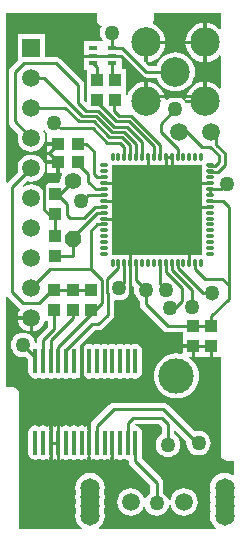
<source format=gbl>
%FSAX42Y42*%
%MOMM*%
G71*
G01*
G75*
G04 Layer_Physical_Order=2*
G04 Layer_Color=16711680*
%ADD10R,1.10X1.00*%
%ADD11R,0.87X0.87*%
%ADD12R,1.00X1.10*%
%ADD13R,3.40X2.15*%
%ADD14R,1.05X2.15*%
%ADD15R,1.05X2.15*%
%ADD16R,1.70X1.25*%
%ADD17R,1.52X1.52*%
%ADD18P,1.65X8X202.5*%
%ADD19R,1.52X1.52*%
%ADD20P,1.65X8X292.5*%
%ADD21R,0.50X2.10*%
%ADD22C,0.25*%
%ADD23C,1.50*%
%ADD24R,1.50X1.50*%
%ADD25C,2.50*%
%ADD26C,1.52*%
%ADD27C,1.40*%
%ADD28P,1.52X8X112.5*%
%ADD29C,3.00*%
%ADD30C,1.65*%
%ADD31C,1.27*%
%ADD32O,0.80X0.28*%
%ADD33O,0.28X0.80*%
%ADD34R,7.65X7.65*%
%ADD35O,0.40X2.10*%
%ADD36R,0.80X0.35*%
G36*
X003349Y006893D02*
X003353Y006872D01*
X003365Y006855D01*
X003382Y006843D01*
X003382Y006843D01*
X003382D01*
X003390Y006837D01*
X003379Y006812D01*
X003376Y006785D01*
X003379Y006758D01*
X003390Y006733D01*
X003397Y006724D01*
X003391Y006712D01*
X003240D01*
Y006597D01*
Y006597D01*
X003320D01*
Y006582D01*
X003240D01*
Y006532D01*
Y006467D01*
X003263D01*
Y006289D01*
Y006205D01*
X003254Y006201D01*
X003244Y006208D01*
Y006338D01*
X003240Y006358D01*
X003228Y006375D01*
X003038Y006565D01*
X003021Y006577D01*
X003000Y006581D01*
X002909D01*
Y006770D01*
X002679D01*
Y006550D01*
X002617Y006488D01*
X002605Y006471D01*
X002601Y006450D01*
Y006032D01*
X002601Y006032D01*
X002601D01*
X002605Y006011D01*
X002617Y005994D01*
X002684Y005927D01*
X002682Y005923D01*
X002678Y005893D01*
X002682Y005863D01*
X002694Y005835D01*
X002712Y005811D01*
X002736Y005792D01*
X002764Y005781D01*
X002794Y005777D01*
X002824Y005781D01*
X002852Y005792D01*
X002876Y005811D01*
X002894Y005835D01*
X002906Y005863D01*
X002910Y005893D01*
X002906Y005923D01*
X002895Y005950D01*
X002906Y005957D01*
X002914Y005946D01*
X002927Y005936D01*
X002926Y005933D01*
X002926D01*
X002926Y005933D01*
Y005858D01*
X003021D01*
Y005828D01*
X002926D01*
Y005753D01*
Y005705D01*
X003021D01*
Y005690D01*
X003036D01*
Y005600D01*
X003053D01*
X003058Y005589D01*
X003054Y005583D01*
X003042Y005556D01*
X003039Y005527D01*
X003039Y005524D01*
X003031Y005514D01*
X002907D01*
Y005445D01*
X002895Y005442D01*
X002894Y005443D01*
X002876Y005467D01*
X002852Y005485D01*
X002824Y005497D01*
X002794Y005501D01*
X002764Y005497D01*
X002736Y005485D01*
X002728Y005479D01*
X002720Y005489D01*
X002760Y005529D01*
X002764Y005527D01*
X002794Y005523D01*
X002824Y005527D01*
X002852Y005538D01*
X002876Y005557D01*
X002894Y005581D01*
X002906Y005609D01*
X002910Y005639D01*
X002906Y005669D01*
X002894Y005697D01*
X002876Y005721D01*
X002852Y005739D01*
X002824Y005751D01*
X002794Y005755D01*
X002764Y005751D01*
X002736Y005739D01*
X002712Y005721D01*
X002694Y005697D01*
X002682Y005669D01*
X002678Y005639D01*
X002682Y005609D01*
X002684Y005605D01*
X002593Y005514D01*
X002581Y005519D01*
Y006949D01*
X003349D01*
Y006893D01*
D02*
G37*
G36*
X003666Y004630D02*
X003663Y004605D01*
X003667Y004578D01*
X003677Y004553D01*
X003694Y004531D01*
X003714Y004516D01*
Y004485D01*
X003714Y004485D01*
X003714D01*
X003718Y004464D01*
X003730Y004447D01*
X003912Y004265D01*
D01*
X003912D01*
X003912Y004265D01*
X003912Y004265D01*
X003912D01*
D01*
X003912D01*
X003912Y004265D01*
Y004265D01*
X003912Y004265D01*
Y004265D01*
X003929Y004253D01*
X003950Y004249D01*
X004076D01*
Y004206D01*
Y004146D01*
X004166D01*
Y004131D01*
X004181D01*
Y004036D01*
X004303D01*
Y004131D01*
X004333D01*
Y004036D01*
X004399D01*
Y003212D01*
X004403Y003192D01*
X004415Y003175D01*
X004432Y003163D01*
X004453Y003159D01*
X004509D01*
Y003041D01*
X004497Y003036D01*
X004493Y003040D01*
X004463Y003052D01*
X004431Y003056D01*
X004399Y003052D01*
X004369Y003040D01*
X004343Y003020D01*
X004324Y002994D01*
X004311Y002964D01*
X004307Y002933D01*
X004311Y002901D01*
X004314Y002894D01*
X004311Y002887D01*
X004307Y002855D01*
X004311Y002823D01*
X004315Y002814D01*
X004311Y002804D01*
X004307Y002773D01*
X004311Y002741D01*
X004315Y002733D01*
X004311Y002724D01*
X004307Y002693D01*
X004311Y002661D01*
X004324Y002631D01*
X004343Y002605D01*
X004359Y002593D01*
X004355Y002581D01*
X003367D01*
X003363Y002593D01*
X003378Y002605D01*
X003398Y002631D01*
X003410Y002661D01*
X003414Y002693D01*
X003410Y002724D01*
X003407Y002733D01*
X003410Y002741D01*
X003414Y002773D01*
X003410Y002804D01*
X003406Y002814D01*
X003410Y002823D01*
X003414Y002855D01*
X003410Y002887D01*
X003407Y002894D01*
X003410Y002901D01*
X003414Y002933D01*
X003410Y002964D01*
X003398Y002994D01*
X003378Y003020D01*
X003353Y003040D01*
X003323Y003052D01*
X003291Y003056D01*
X003259Y003052D01*
X003229Y003040D01*
X003203Y003020D01*
X003184Y002994D01*
X003171Y002964D01*
X003167Y002933D01*
X003171Y002901D01*
X003174Y002894D01*
X003171Y002887D01*
X003167Y002855D01*
X003171Y002823D01*
X003175Y002814D01*
X003171Y002804D01*
X003167Y002773D01*
X003171Y002741D01*
X003175Y002733D01*
X003171Y002724D01*
X003167Y002693D01*
X003171Y002661D01*
X003184Y002631D01*
X003203Y002605D01*
X003219Y002593D01*
X003215Y002581D01*
X002691D01*
Y003728D01*
X002687Y003748D01*
X002675Y003765D01*
X002658Y003777D01*
X002638Y003781D01*
X002581D01*
Y004544D01*
X002593Y004549D01*
X002687Y004455D01*
D01*
X002687D01*
X002687Y004455D01*
X002687Y004455D01*
X002687D01*
D01*
X002687D01*
X002687Y004455D01*
Y004455D01*
X002687Y004455D01*
Y004455D01*
X002698Y004447D01*
X002700Y004435D01*
X002694Y004427D01*
X002682Y004399D01*
X002680Y004384D01*
X002794D01*
Y004369D01*
X002809D01*
Y004255D01*
X002824Y004257D01*
X002852Y004268D01*
X002876Y004287D01*
X002894Y004311D01*
X002906Y004339D01*
X002906Y004341D01*
X002935D01*
Y004296D01*
X002856Y004217D01*
X002844Y004199D01*
X002840Y004179D01*
Y004157D01*
X002827Y004156D01*
X002826Y004167D01*
X002815Y004192D01*
X002799Y004214D01*
X002777Y004230D01*
X002752Y004241D01*
X002725Y004244D01*
X002698Y004241D01*
X002673Y004230D01*
X002651Y004214D01*
X002635Y004192D01*
X002624Y004167D01*
X002621Y004140D01*
X002624Y004113D01*
X002635Y004088D01*
X002651Y004066D01*
X002673Y004050D01*
X002698Y004039D01*
X002725Y004036D01*
X002750Y004039D01*
X002768Y004021D01*
Y003918D01*
X002772Y003894D01*
X002785Y003874D01*
X002805Y003861D01*
X002829Y003856D01*
X002852Y003861D01*
X002861Y003867D01*
X002870Y003861D01*
X002894Y003856D01*
X002917Y003861D01*
X002926Y003867D01*
X002935Y003861D01*
X002959Y003856D01*
X002982Y003861D01*
X002991Y003867D01*
X003000Y003861D01*
X003024Y003856D01*
X003047Y003861D01*
X003056Y003867D01*
X003065Y003861D01*
X003089Y003856D01*
X003112Y003861D01*
X003121Y003867D01*
X003130Y003861D01*
X003154Y003856D01*
X003177Y003861D01*
X003186Y003867D01*
X003195Y003861D01*
X003204Y003859D01*
Y003884D01*
X003210Y003894D01*
X003215Y003918D01*
Y004003D01*
Y004088D01*
X003210Y004111D01*
X003204Y004121D01*
Y004136D01*
X003216Y004148D01*
X003219Y004149D01*
X003218Y004150D01*
X003331Y004264D01*
X003362D01*
X003383Y004268D01*
X003400Y004280D01*
X003478Y004357D01*
X003490Y004374D01*
X003494Y004395D01*
Y004516D01*
X003504Y004523D01*
X003508Y004522D01*
X003535Y004518D01*
X003562Y004522D01*
X003587Y004532D01*
X003609Y004549D01*
X003625Y004570D01*
X003636Y004595D01*
X003639Y004622D01*
X003637Y004643D01*
X003648Y004648D01*
X003666Y004630D01*
D02*
G37*
G36*
X004399Y006815D02*
X004387Y006811D01*
X004380Y006819D01*
X004355Y006839D01*
X004327Y006855D01*
X004296Y006864D01*
X004278Y006866D01*
Y006702D01*
Y006537D01*
X004296Y006539D01*
X004327Y006548D01*
X004355Y006564D01*
X004380Y006584D01*
X004387Y006592D01*
X004399Y006588D01*
Y006315D01*
X004387Y006311D01*
X004380Y006319D01*
X004355Y006339D01*
X004327Y006355D01*
X004296Y006364D01*
X004278Y006366D01*
Y006202D01*
X004263D01*
Y006187D01*
X004102D01*
X004100Y006190D01*
X004098Y006192D01*
X004097Y006202D01*
X004098Y006212D01*
X004086Y006208D01*
X004084Y006211D01*
X004062Y006228D01*
X004037Y006238D01*
X004010Y006242D01*
X003983Y006238D01*
X003958Y006228D01*
X003939Y006213D01*
X003927Y006219D01*
X003926Y006234D01*
X003916Y006265D01*
X003901Y006294D01*
X003880Y006319D01*
X003855Y006339D01*
X003827Y006355D01*
X003796Y006364D01*
X003778Y006366D01*
Y006202D01*
X003748D01*
Y006366D01*
X003731Y006364D01*
X003700Y006355D01*
X003671Y006339D01*
X003646Y006319D01*
X003625Y006294D01*
X003610Y006265D01*
X003608Y006258D01*
X003595Y006259D01*
Y006289D01*
Y006479D01*
X003560D01*
Y006532D01*
Y006562D01*
X003572Y006567D01*
X003725Y006414D01*
D01*
X003725D01*
X003725Y006414D01*
X003725Y006414D01*
X003725D01*
D01*
X003725D01*
X003725Y006414D01*
Y006414D01*
X003725Y006414D01*
Y006414D01*
X003743Y006402D01*
X003763Y006398D01*
X003857D01*
X003860Y006388D01*
X003875Y006359D01*
X003896Y006334D01*
X003921Y006314D01*
X003950Y006298D01*
X003981Y006289D01*
X004013Y006286D01*
X004046Y006289D01*
X004077Y006298D01*
X004105Y006314D01*
X004130Y006334D01*
X004151Y006359D01*
X004166Y006388D01*
X004176Y006419D01*
X004179Y006452D01*
X004176Y006484D01*
X004166Y006515D01*
X004151Y006544D01*
X004130Y006569D01*
X004105Y006589D01*
X004077Y006605D01*
X004046Y006614D01*
X004013Y006617D01*
X003981Y006614D01*
X003950Y006605D01*
X003921Y006589D01*
X003896Y006569D01*
X003875Y006544D01*
X003860Y006515D01*
X003857Y006505D01*
X003786D01*
X003761Y006530D01*
X003763Y006536D01*
X003754Y006537D01*
X003748Y006543D01*
Y006702D01*
X003763D01*
Y006717D01*
X003928D01*
X003926Y006734D01*
X003916Y006765D01*
X003901Y006794D01*
X003880Y006819D01*
X003855Y006839D01*
X003827Y006855D01*
X003823Y006865D01*
X003827Y006872D01*
X003831Y006892D01*
X003831Y006893D01*
X003831Y006893D01*
Y006893D01*
Y006949D01*
X004399D01*
Y006815D01*
D02*
G37*
%LPC*%
G36*
X004151Y004116D02*
X004076D01*
Y004071D01*
X004065Y004063D01*
X004060Y004065D01*
X004022Y004068D01*
X003985Y004065D01*
X003949Y004054D01*
X003916Y004036D01*
X003888Y004012D01*
X003864Y003984D01*
X003846Y003951D01*
X003835Y003915D01*
X003832Y003878D01*
X003835Y003840D01*
X003846Y003804D01*
X003864Y003771D01*
X003888Y003742D01*
X003916Y003719D01*
X003949Y003701D01*
X003985Y003690D01*
X004022Y003687D01*
X004060Y003690D01*
X004096Y003701D01*
X004129Y003719D01*
X004158Y003742D01*
X004181Y003771D01*
X004199Y003804D01*
X004210Y003840D01*
X004213Y003878D01*
X004210Y003915D01*
X004199Y003951D01*
X004181Y003984D01*
X004158Y004012D01*
X004129Y004036D01*
X004129Y004036D01*
X004151D01*
Y004116D01*
D02*
G37*
G36*
X003674Y004149D02*
X003650Y004144D01*
X003641Y004138D01*
X003632Y004144D01*
X003609Y004149D01*
X003585Y004144D01*
X003576Y004138D01*
X003567Y004144D01*
X003544Y004149D01*
X003520Y004144D01*
X003511Y004138D01*
X003502Y004144D01*
X003479Y004149D01*
X003455Y004144D01*
X003446Y004138D01*
X003437Y004144D01*
X003414Y004149D01*
X003390Y004144D01*
X003381Y004138D01*
X003372Y004144D01*
X003349Y004149D01*
X003325Y004144D01*
X003316Y004138D01*
X003307Y004144D01*
X003284Y004149D01*
X003260Y004144D01*
X003251Y004138D01*
X003242Y004144D01*
X003234Y004146D01*
Y004121D01*
X003227Y004111D01*
X003223Y004088D01*
Y004003D01*
Y003918D01*
X003227Y003894D01*
X003234Y003884D01*
Y003859D01*
X003242Y003861D01*
X003251Y003867D01*
X003260Y003861D01*
X003284Y003856D01*
X003307Y003861D01*
X003316Y003867D01*
X003325Y003861D01*
X003349Y003856D01*
X003372Y003861D01*
X003381Y003867D01*
X003390Y003861D01*
X003414Y003856D01*
X003437Y003861D01*
X003446Y003867D01*
X003455Y003861D01*
X003479Y003856D01*
X003502Y003861D01*
X003511Y003867D01*
X003520Y003861D01*
X003544Y003856D01*
X003567Y003861D01*
X003576Y003867D01*
X003585Y003861D01*
X003609Y003856D01*
X003632Y003861D01*
X003641Y003867D01*
X003650Y003861D01*
X003674Y003856D01*
X003697Y003861D01*
X003717Y003874D01*
X003730Y003894D01*
X003735Y003918D01*
Y004088D01*
X003730Y004111D01*
X003717Y004131D01*
X003697Y004144D01*
X003674Y004149D01*
D02*
G37*
G36*
X003219Y003459D02*
X003195Y003454D01*
X003186Y003448D01*
X003177Y003454D01*
X003154Y003459D01*
X003130Y003454D01*
X003121Y003448D01*
X003112Y003454D01*
X003089Y003459D01*
X003065Y003454D01*
X003056Y003448D01*
X003047Y003454D01*
X003039Y003456D01*
Y003431D01*
X003032Y003421D01*
X003028Y003398D01*
Y003313D01*
Y003228D01*
X003032Y003204D01*
X003039Y003194D01*
Y003169D01*
X003047Y003171D01*
X003056Y003177D01*
X003065Y003171D01*
X003089Y003166D01*
X003112Y003171D01*
X003121Y003177D01*
X003130Y003171D01*
X003154Y003166D01*
X003177Y003171D01*
X003186Y003177D01*
X003195Y003171D01*
X003219Y003166D01*
X003242Y003171D01*
X003251Y003177D01*
X003260Y003171D01*
X003269Y003169D01*
Y003194D01*
X003275Y003204D01*
X003280Y003228D01*
Y003313D01*
Y003398D01*
X003275Y003421D01*
X003269Y003431D01*
Y003456D01*
X003260Y003454D01*
X003251Y003448D01*
X003242Y003454D01*
X003219Y003459D01*
D02*
G37*
G36*
X003910Y003651D02*
X003490D01*
X003469Y003647D01*
X003452Y003635D01*
X003311Y003494D01*
X003299Y003477D01*
X003295Y003457D01*
X003295Y003457D01*
X003295Y003456D01*
Y003425D01*
X003292Y003421D01*
X003288Y003398D01*
Y003313D01*
Y003228D01*
X003292Y003204D01*
X003299Y003194D01*
Y003169D01*
X003307Y003171D01*
X003316Y003177D01*
X003325Y003171D01*
X003349Y003166D01*
X003372Y003171D01*
X003381Y003177D01*
X003390Y003171D01*
X003414Y003166D01*
X003437Y003171D01*
X003446Y003177D01*
X003455Y003171D01*
X003464Y003169D01*
Y003194D01*
X003470Y003204D01*
X003475Y003228D01*
Y003313D01*
X003483D01*
Y003228D01*
X003487Y003204D01*
X003494Y003194D01*
Y003169D01*
X003502Y003171D01*
X003511Y003177D01*
X003520Y003171D01*
X003544Y003166D01*
X003567Y003171D01*
X003576Y003177D01*
X003585Y003171D01*
X003609Y003166D01*
X003610Y003167D01*
X003620Y003159D01*
Y003156D01*
X003624Y003136D01*
X003636Y003118D01*
X003801Y002953D01*
Y002887D01*
X003781Y002871D01*
X003765Y002850D01*
X003761Y002842D01*
X003748Y002840D01*
X003736Y002868D01*
X003718Y002892D01*
X003694Y002910D01*
X003666Y002922D01*
X003636Y002926D01*
X003606Y002922D01*
X003578Y002910D01*
X003554Y002892D01*
X003535Y002868D01*
X003524Y002840D01*
X003520Y002810D01*
X003524Y002780D01*
X003535Y002752D01*
X003554Y002728D01*
X003578Y002710D01*
X003606Y002698D01*
X003636Y002694D01*
X003666Y002698D01*
X003694Y002710D01*
X003718Y002728D01*
X003736Y002752D01*
X003743Y002768D01*
X003755D01*
X003765Y002745D01*
X003781Y002724D01*
X003803Y002707D01*
X003828Y002697D01*
X003855Y002693D01*
X003882Y002697D01*
X003907Y002707D01*
X003929Y002724D01*
X003945Y002745D01*
X003956Y002770D01*
X003959Y002795D01*
X003972D01*
X003974Y002780D01*
X003985Y002752D01*
X004004Y002728D01*
X004028Y002710D01*
X004056Y002698D01*
X004086Y002694D01*
X004116Y002698D01*
X004144Y002710D01*
X004168Y002728D01*
X004186Y002752D01*
X004198Y002780D01*
X004202Y002810D01*
X004198Y002840D01*
X004186Y002868D01*
X004168Y002892D01*
X004144Y002910D01*
X004116Y002922D01*
X004086Y002926D01*
X004056Y002922D01*
X004028Y002910D01*
X004004Y002892D01*
X003985Y002868D01*
X003974Y002840D01*
X003970Y002812D01*
X003957D01*
X003956Y002825D01*
X003945Y002850D01*
X003929Y002871D01*
X003909Y002887D01*
Y002975D01*
X003905Y002996D01*
X003893Y003013D01*
X003727Y003179D01*
Y003200D01*
X003730Y003204D01*
X003735Y003228D01*
Y003398D01*
X003730Y003421D01*
X003717Y003441D01*
X003697Y003454D01*
X003674Y003459D01*
X003671Y003465D01*
X003675Y003469D01*
X003878D01*
X003899Y003448D01*
Y003384D01*
X003879Y003369D01*
X003862Y003347D01*
X003852Y003322D01*
X003848Y003295D01*
X003852Y003268D01*
X003862Y003243D01*
X003879Y003221D01*
X003900Y003205D01*
X003925Y003194D01*
X003953Y003191D01*
X003980Y003194D01*
X004005Y003205D01*
X004026Y003221D01*
X004043Y003243D01*
X004053Y003268D01*
X004057Y003295D01*
X004053Y003322D01*
X004043Y003347D01*
X004026Y003369D01*
X004006Y003384D01*
Y003409D01*
X004018Y003414D01*
X004107Y003324D01*
X004106Y003310D01*
X004109Y003283D01*
X004120Y003258D01*
X004136Y003236D01*
X004158Y003220D01*
X004183Y003209D01*
X004210Y003206D01*
X004237Y003209D01*
X004262Y003220D01*
X004284Y003236D01*
X004300Y003258D01*
X004311Y003283D01*
X004314Y003310D01*
X004311Y003337D01*
X004300Y003362D01*
X004284Y003384D01*
X004262Y003400D01*
X004237Y003411D01*
X004210Y003414D01*
X004183Y003411D01*
X004176Y003408D01*
X003948Y003635D01*
X003931Y003647D01*
X003910Y003651D01*
D02*
G37*
G36*
X002894Y003459D02*
X002870Y003454D01*
X002861Y003448D01*
X002852Y003454D01*
X002829Y003459D01*
X002805Y003454D01*
X002785Y003441D01*
X002772Y003421D01*
X002768Y003398D01*
Y003228D01*
X002772Y003204D01*
X002785Y003184D01*
X002805Y003171D01*
X002829Y003166D01*
X002852Y003171D01*
X002861Y003177D01*
X002870Y003171D01*
X002894Y003166D01*
X002917Y003171D01*
X002926Y003177D01*
X002935Y003171D01*
X002944Y003169D01*
Y003194D01*
X002950Y003204D01*
X002955Y003228D01*
Y003313D01*
Y003398D01*
X002950Y003421D01*
X002944Y003431D01*
Y003456D01*
X002935Y003454D01*
X002926Y003448D01*
X002917Y003454D01*
X002894Y003459D01*
D02*
G37*
G36*
X003009Y003456D02*
X003000Y003454D01*
X002991Y003448D01*
X002982Y003454D01*
X002974Y003456D01*
Y003313D01*
Y003169D01*
X002982Y003171D01*
X002991Y003177D01*
X003000Y003171D01*
X003009Y003169D01*
Y003313D01*
Y003456D01*
D02*
G37*
G36*
X004248Y006366D02*
X004231Y006364D01*
X004200Y006355D01*
X004171Y006339D01*
X004146Y006319D01*
X004125Y006294D01*
X004110Y006265D01*
X004101Y006234D01*
X004099Y006217D01*
X004248D01*
Y006366D01*
D02*
G37*
G36*
X003928Y006687D02*
X003778D01*
Y006537D01*
X003796Y006539D01*
X003827Y006548D01*
X003855Y006564D01*
X003880Y006584D01*
X003901Y006609D01*
X003916Y006638D01*
X003926Y006669D01*
X003928Y006687D01*
D02*
G37*
G36*
X004248D02*
X004099D01*
X004101Y006669D01*
X004110Y006638D01*
X004125Y006609D01*
X004146Y006584D01*
X004171Y006564D01*
X004200Y006548D01*
X004231Y006539D01*
X004248Y006537D01*
Y006687D01*
D02*
G37*
G36*
X002779Y004354D02*
X002680D01*
X002682Y004339D01*
X002694Y004311D01*
X002712Y004287D01*
X002736Y004268D01*
X002764Y004257D01*
X002779Y004255D01*
Y004354D01*
D02*
G37*
G36*
X003006Y005675D02*
X002926D01*
Y005600D01*
X003006D01*
Y005675D01*
D02*
G37*
G36*
X004248Y006866D02*
X004231Y006864D01*
X004200Y006855D01*
X004171Y006839D01*
X004146Y006819D01*
X004125Y006794D01*
X004110Y006765D01*
X004101Y006734D01*
X004099Y006717D01*
X004248D01*
Y006866D01*
D02*
G37*
%LPD*%
D10*
X003191Y005690D02*
D03*
Y005843D02*
D03*
X003021D02*
D03*
Y005690D02*
D03*
D12*
X004166Y004131D02*
D03*
Y004301D02*
D03*
X004318D02*
D03*
Y004131D02*
D03*
X003302Y004606D02*
D03*
Y004436D02*
D03*
X003150Y004606D02*
D03*
Y004436D02*
D03*
X002989Y004606D02*
D03*
Y004436D02*
D03*
X002997Y004893D02*
D03*
Y005063D02*
D03*
Y005249D02*
D03*
Y005419D02*
D03*
X003353Y006214D02*
D03*
X003505D02*
D03*
Y006384D02*
D03*
X003353D02*
D03*
D22*
X002790Y002865D02*
X003024Y003099D01*
X003409D01*
X003479Y003169D01*
Y003313D01*
X003349D02*
Y003456D01*
X003490Y003597D01*
X003910D01*
X004204Y003304D01*
X003953Y003470D02*
X003900Y003522D01*
X003653D01*
X003609Y003479D01*
Y003313D01*
X003674D02*
Y003156D01*
X003855Y002975D01*
Y002798D01*
X003953Y003295D02*
Y003470D01*
X003442Y003675D02*
X003421D01*
X003195D01*
X003024Y003504D01*
Y003313D01*
Y003099D01*
X003284Y003313D02*
Y003516D01*
X003442Y003675D01*
X003421D02*
X003219Y003878D01*
Y004003D01*
X003089D02*
Y004097D01*
X003309Y004317D01*
X003362D01*
X003440Y004395D01*
Y004581D01*
X003439Y004583D01*
Y004699D01*
X003529Y004790D01*
Y004832D01*
X003532Y004835D01*
X003535Y004622D02*
X003583Y004670D01*
Y004835D01*
X003633D02*
Y005060D01*
X003633Y004835D02*
Y004505D01*
X003390Y004262D01*
X003340D01*
X003219Y004141D01*
Y004105D01*
X003302Y004405D02*
Y004436D01*
X003390Y004492D02*
Y004690D01*
X003300Y004780D01*
Y005108D01*
X003353Y005160D01*
X003408D01*
X003407Y005210D02*
X003783D01*
X003683Y004835D02*
Y004690D01*
X003767Y004605D01*
Y004485D01*
X003950Y004303D01*
X004164D01*
X004166Y004301D02*
X004318D01*
Y004385D01*
X004465Y004533D01*
Y005306D01*
X004415Y005357D01*
X004346D01*
X004343Y005360D01*
X004287D01*
X004307Y005410D02*
Y005460D01*
X004307Y005460D02*
X004412D01*
X004373Y005608D02*
X004430Y005665D01*
Y005764D01*
X004360Y005834D01*
Y005893D01*
X004321D01*
X004380Y005747D02*
Y005690D01*
X004348Y005658D01*
X004287D01*
X004287Y005608D02*
X004373D01*
X004380Y005747D02*
X004308Y005820D01*
X004240D01*
X004114Y005946D01*
X004046D01*
X003888Y005940D02*
Y006015D01*
X004010Y006138D01*
X003888Y005940D02*
X004032Y005795D01*
Y005735D01*
X003982Y005735D02*
Y005410D01*
X003932Y005360D02*
Y005735D01*
X003982D01*
X003882Y005735D02*
Y005836D01*
X003639Y006079D01*
X003536D01*
X003495Y006120D01*
Y006174D01*
X003360Y006186D02*
X003512Y006034D01*
X003621D01*
X003833Y005822D01*
Y005735D01*
X004082Y005510D02*
X004307D01*
X004307Y005310D02*
X003882D01*
X003882Y004835D02*
Y004658D01*
X003938Y004603D01*
X003932Y004760D02*
X004067Y004625D01*
Y004515D01*
X004008Y004455D01*
X003972D01*
X003975Y004131D02*
X004166D01*
X004318D01*
X004322Y004525D02*
Y004578D01*
X004248D01*
X004032Y004793D01*
Y004835D01*
X003982D02*
Y004778D01*
X004155Y004605D01*
Y004460D01*
X004410Y004700D02*
X004465Y004645D01*
X004410Y004700D02*
X004265D01*
X004183Y004783D01*
Y004835D01*
X004132Y004835D02*
Y005010D01*
X003932Y004835D02*
Y004760D01*
X003408Y005260D02*
X003350D01*
X003129Y005039D01*
X003150D02*
Y004897D01*
X003146Y004893D01*
X002997D01*
Y005063D02*
Y005245D01*
X002940D01*
X002905Y005280D01*
Y005500D01*
X002976Y005571D01*
X003014D01*
Y005698D01*
X003021Y005690D01*
X003014Y005698D02*
X002945Y005766D01*
X002946Y005767D01*
X003021Y005843D01*
X003033Y005975D02*
X003313D01*
X003436Y005852D01*
X003545D01*
X003583Y005815D01*
Y005735D01*
X003633Y005735D02*
Y005829D01*
X003564Y005897D01*
X003455D01*
X003321Y006032D01*
X003196D01*
X003081Y006147D01*
X002794D01*
Y005893D02*
X002655Y006032D01*
Y006450D01*
X002733Y006528D01*
X003000D01*
X003190Y006338D01*
Y006185D01*
X003253Y006122D01*
X003317D01*
X003319Y006125D01*
X003357D01*
X003493Y005988D01*
X003602D01*
X003733Y005858D01*
Y005735D01*
X003783Y005735D02*
Y005360D01*
X003407D01*
X003408Y005410D02*
X003277D01*
X003212Y005345D01*
Y005360D01*
X003278Y005522D02*
Y005586D01*
X003191Y005672D01*
Y005690D01*
X003150Y005527D02*
X003041Y005419D01*
X002997D01*
X003014Y005403D01*
X003030D01*
X003100Y005333D01*
Y005242D01*
X003125Y005217D01*
X003243D01*
X003332Y005307D01*
X003404D01*
X003408Y005310D01*
X003633Y005510D02*
X003407D01*
X003408Y005460D02*
X003340D01*
X003278Y005522D01*
X003323Y005587D02*
Y005778D01*
X003258Y005843D01*
X003191D01*
X003223Y006077D02*
X003340D01*
X003475Y005943D01*
X003583D01*
X003683Y005843D01*
Y005735D01*
X003408Y005560D02*
X003350D01*
X003323Y005587D01*
X003223Y006077D02*
X002899Y006401D01*
X002794D01*
X003208Y006590D02*
X003555D01*
X003763Y006382D01*
Y006202D01*
X003809Y006247D01*
X004263D01*
Y006702D01*
X003763D01*
X003560Y006655D02*
X003763Y006452D01*
X004013D01*
X003560Y006655D02*
X003505D01*
X003480Y006655D02*
Y006785D01*
Y006525D02*
Y006409D01*
X003353Y006384D02*
Y006492D01*
X003320Y006525D01*
X003324Y006186D02*
X003360D01*
X003208Y006590D02*
X002920Y006878D01*
X002715D01*
X002590Y006753D01*
Y005865D01*
X002688Y005767D01*
X002946D01*
X002794Y005639D02*
X002794D01*
X002630Y005475D01*
Y004588D01*
X002725Y004492D01*
X002855D01*
X002968Y004606D01*
X002989D01*
X003150D01*
X003302D01*
X003302Y004606D01*
X003390Y004492D02*
X003024Y004126D01*
Y004003D01*
Y003949D01*
X002959Y004058D02*
Y004179D01*
X003150Y004371D01*
Y004436D01*
X003300Y004780D02*
X002951D01*
X002794Y004623D01*
X002989Y004436D02*
Y004274D01*
X002894Y004179D01*
Y004003D01*
X002829D02*
Y004036D01*
X002725Y004140D01*
X002959Y003313D02*
X003024D01*
X003349Y003262D02*
Y003313D01*
D23*
X003636Y002810D02*
D03*
X004086D02*
D03*
X002794Y004369D02*
D03*
Y004623D02*
D03*
Y004877D02*
D03*
Y005131D02*
D03*
Y005385D02*
D03*
Y005639D02*
D03*
Y005893D02*
D03*
Y006147D02*
D03*
Y006401D02*
D03*
D24*
X002794Y006655D02*
D03*
D25*
X004263Y006202D02*
D03*
X004013Y006452D02*
D03*
X004263Y006702D02*
D03*
X003763D02*
D03*
Y006202D02*
D03*
D26*
X004318Y005944D02*
D03*
X004046Y005946D02*
D03*
D27*
X003150Y005527D02*
D03*
D28*
X003150Y005039D02*
D03*
D29*
X004022Y003878D02*
D03*
D30*
X003291Y002693D02*
D03*
Y002773D02*
D03*
Y002855D02*
D03*
Y002933D02*
D03*
X004431Y002773D02*
D03*
Y002693D02*
D03*
Y002855D02*
D03*
Y002933D02*
D03*
D31*
X002790Y002865D02*
D03*
X003855Y002798D02*
D03*
X003953Y003295D02*
D03*
X004210Y003310D02*
D03*
X004155Y004460D02*
D03*
X004322Y004578D02*
D03*
X003845Y005325D02*
D03*
X003767Y004605D02*
D03*
X003972Y004455D02*
D03*
X003938Y004603D02*
D03*
X003535Y004622D02*
D03*
X003212Y005360D02*
D03*
X002988Y006020D02*
D03*
X003480Y006785D02*
D03*
X004010Y006138D02*
D03*
X004453Y005500D02*
D03*
X002725Y004140D02*
D03*
D32*
X004307Y004910D02*
D03*
Y004960D02*
D03*
Y005010D02*
D03*
Y005060D02*
D03*
Y005110D02*
D03*
Y005160D02*
D03*
Y005210D02*
D03*
Y005260D02*
D03*
Y005310D02*
D03*
Y005360D02*
D03*
X004307Y005410D02*
D03*
X004307Y005460D02*
D03*
Y005510D02*
D03*
Y005560D02*
D03*
Y005610D02*
D03*
X004307Y005660D02*
D03*
X003407Y005660D02*
D03*
Y005610D02*
D03*
Y005560D02*
D03*
Y005510D02*
D03*
Y005460D02*
D03*
Y005410D02*
D03*
Y005360D02*
D03*
Y005310D02*
D03*
Y005260D02*
D03*
Y005210D02*
D03*
Y005160D02*
D03*
Y005110D02*
D03*
Y005060D02*
D03*
Y005010D02*
D03*
Y004960D02*
D03*
Y004910D02*
D03*
D33*
X004082Y004835D02*
D03*
X004132D02*
D03*
X004182D02*
D03*
X004232D02*
D03*
X004032D02*
D03*
X003982D02*
D03*
X003932D02*
D03*
X003882D02*
D03*
X003833D02*
D03*
X003783D02*
D03*
X003733D02*
D03*
X003683D02*
D03*
X003633D02*
D03*
X003583D02*
D03*
X003532D02*
D03*
X003483D02*
D03*
X004082Y005735D02*
D03*
X004132D02*
D03*
X004182D02*
D03*
X004232D02*
D03*
X004032D02*
D03*
X003982D02*
D03*
X003932D02*
D03*
X003882D02*
D03*
X003833D02*
D03*
X003783D02*
D03*
X003733D02*
D03*
X003683D02*
D03*
X003633D02*
D03*
X003583D02*
D03*
X003532D02*
D03*
X003483D02*
D03*
D34*
X003857Y005285D02*
D03*
D35*
X003349Y003313D02*
D03*
X003414D02*
D03*
X003479D02*
D03*
X003544D02*
D03*
X003609D02*
D03*
X003674D02*
D03*
Y004003D02*
D03*
X003609D02*
D03*
X003544D02*
D03*
X003479D02*
D03*
X003414D02*
D03*
X003349D02*
D03*
X003284D02*
D03*
X003219D02*
D03*
X003154D02*
D03*
X003089D02*
D03*
X003024D02*
D03*
X002959D02*
D03*
X002894D02*
D03*
X002829D02*
D03*
Y003313D02*
D03*
X002894D02*
D03*
X002959D02*
D03*
X003024D02*
D03*
X003089D02*
D03*
X003154D02*
D03*
X003219D02*
D03*
X003284D02*
D03*
D36*
X003320Y006525D02*
D03*
Y006590D02*
D03*
X003480D02*
D03*
Y006525D02*
D03*
Y006655D02*
D03*
X003320D02*
D03*
M02*

</source>
